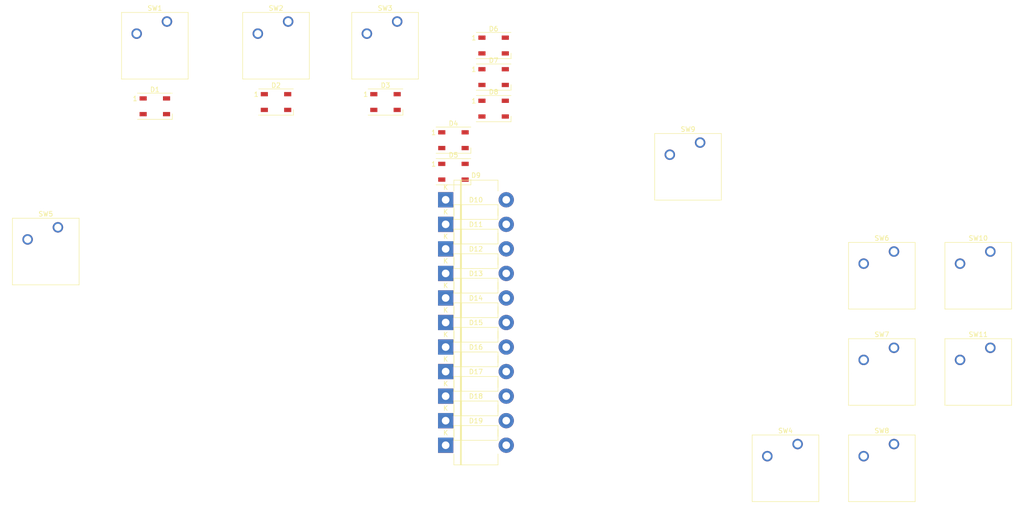
<source format=kicad_pcb>
(kicad_pcb (version 20221018) (generator pcbnew)
  (layers (0 "F.Cu" signal) (31 "B.Cu" signal) (34 "B.Paste" user) (35 "F.Paste" user) (36 "B.SilkS" user "B.Silkscreen") (37 "F.SilkS" user "F.Silkscreen") (38 "B.Mask" user) (39 "F.Mask" user) (44 "Edge.Cuts" user))
  (net 0 "")
  (net 1 "GND")
  (net 2 "Net-(D1-DOUT)")
  (net 3 "+5V")
  (net 4 "padsLED_R")
  (net 5 "Net-(D2-DOUT)")
  (net 6 "Net-(D3-DOUT)")
  (net 7 "Net-(D4-DOUT)")
  (net 8 "Net-(D5-DOUT)")
  (net 9 "Net-(D6-DOUT)")
  (net 10 "Net-(D7-DOUT)")
  (net 12 "Net-(D9-K)")
  (net 13 "dpad_row_1")
  (net 14 "Net-(D10-K)")
  (net 15 "dpad_row_2")
  (net 16 "Net-(D11-K)")
  (net 17 "dpad_row_3")
  (net 18 "Net-(D12-K)")
  (net 19 "Net-(D13-K)")
  (net 20 "Net-(D14-K)")
  (net 21 "Net-(D15-K)")
  (net 22 "Net-(D16-K)")
  (net 23 "Net-(D17-K)")
  (net 24 "Net-(D18-K)")
  (net 25 "Net-(D19-K)")
  (net 26 "dpad_column_E")
  (net 27 "dpad_column_F")
  (net 28 "dpad_column_G")
  (net 29 "dpad_column_H")
  (footprint "Button_Switch_Keyboard:SW_Cherry_MX_1.00u_PCB" (layer "F.Cu") (at 228.72 139.46)
    (fp_text reference "SW4" (at -2.54 -2.794) (layer "F.SilkS"))
    (fp_text value "SW_SPST")
    (fp_line (start -9.525 -1.905) (end 4.445 -1.905) (stroke (width 0.12)) (layer "F.SilkS"))
    (fp_line (start -9.525 12.065) (end -9.525 -1.905) (stroke (width 0.12)) (layer "F.SilkS"))
    (fp_line (start 4.445 -1.905) (end 4.445 12.065) (stroke (width 0.12)) (layer "F.SilkS"))
    (fp_line (start 4.445 12.065) (end -9.525 12.065) (stroke (width 0.12)) (layer "F.SilkS"))
    (pad "" np_thru_hole circle (at -7.62 5.08) (size 1.7 1.7) (drill 1.7) (layers "*.Cu" "*.Mask"))
    (pad "" np_thru_hole circle (at -2.54 5.08) (size 4 4) (drill 4) (layers "*.Cu" "*.Mask"))
    (pad "" np_thru_hole circle (at 2.54 5.08) (size 1.7 1.7) (drill 1.7) (layers "*.Cu" "*.Mask"))
    (pad "1" thru_hole circle (at 0 0) (size 2.2 2.2) (drill 1.5) (layers "*.Cu" "*.Mask") (net 18 "Net-(D12-K)"))
    (pad "2" thru_hole circle (at -6.35 2.54) (size 2.2 2.2) (drill 1.5) (layers "*.Cu" "*.Mask") (net 27 "dpad_column_F"))
  )
  (footprint "LED_SMD:LED_WS2812B_PLCC4_5.0x5.0mm_P3.2mm" (layer "F.Cu") (at 164.995 69.075)
    (fp_text reference "D8" (at 0 -3.5) (layer "F.SilkS"))
    (fp_text value "WS2812B")
    (fp_text user "1" (at -4.15 -1.6) (layer "F.SilkS"))
    (fp_line (start -3.65 -2.75) (end 3.65 -2.75) (stroke (width 0.12)) (layer "F.SilkS"))
    (fp_line (start -3.65 2.75) (end 3.65 2.75) (stroke (width 0.12)) (layer "F.SilkS"))
    (fp_line (start 3.65 2.75) (end 3.65 1.6) (stroke (width 0.12)) (layer "F.SilkS"))
    (pad "1" smd rect (at -2.45 -1.65) (size 1.5 0.9) (layers "F.Cu" "F.Paste" "F.Mask") (net 1 "GND"))
    (pad "2" smd rect (at -2.45 1.65) (size 1.5 0.9) (layers "F.Cu" "F.Paste" "F.Mask"))
    (pad "3" smd rect (at 2.45 1.65) (size 1.5 0.9) (layers "F.Cu" "F.Paste" "F.Mask") (net 3 "+5V"))
    (pad "4" smd rect (at 2.45 -1.65) (size 1.5 0.9) (layers "F.Cu" "F.Paste" "F.Mask") (net 10 "Net-(D7-DOUT)"))
  )
  (footprint "Button_Switch_Keyboard:SW_Cherry_MX_1.00u_PCB" (layer "F.Cu") (at 248.92 99.06)
    (fp_text reference "SW6" (at -2.54 -2.794) (layer "F.SilkS"))
    (fp_text value "SW_SPST")
    (fp_line (start -9.525 -1.905) (end 4.445 -1.905) (stroke (width 0.12)) (layer "F.SilkS"))
    (fp_line (start -9.525 12.065) (end -9.525 -1.905) (stroke (width 0.12)) (layer "F.SilkS"))
    (fp_line (start 4.445 -1.905) (end 4.445 12.065) (stroke (width 0.12)) (layer "F.SilkS"))
    (fp_line (start 4.445 12.065) (end -9.525 12.065) (stroke (width 0.12)) (layer "F.SilkS"))
    (pad "" np_thru_hole circle (at -7.62 5.08) (size 1.7 1.7) (drill 1.7) (layers "*.Cu" "*.Mask"))
    (pad "" np_thru_hole circle (at -2.54 5.08) (size 4 4) (drill 4) (layers "*.Cu" "*.Mask"))
    (pad "" np_thru_hole circle (at 2.54 5.08) (size 1.7 1.7) (drill 1.7) (layers "*.Cu" "*.Mask"))
    (pad "1" thru_hole circle (at 0 0) (size 2.2 2.2) (drill 1.5) (layers "*.Cu" "*.Mask") (net 20 "Net-(D14-K)"))
    (pad "2" thru_hole circle (at -6.35 2.54) (size 2.2 2.2) (drill 1.5) (layers "*.Cu" "*.Mask") (net 27 "dpad_column_F"))
  )
  (footprint "Button_Switch_Keyboard:SW_Cherry_MX_1.00u_PCB" (layer "F.Cu") (at 96.52 50.8)
    (fp_text reference "SW1" (at -2.54 -2.794) (layer "F.SilkS"))
    (fp_text value "SW_SPST")
    (fp_line (start -9.525 -1.905) (end 4.445 -1.905) (stroke (width 0.12)) (layer "F.SilkS"))
    (fp_line (start -9.525 12.065) (end -9.525 -1.905) (stroke (width 0.12)) (layer "F.SilkS"))
    (fp_line (start 4.445 -1.905) (end 4.445 12.065) (stroke (width 0.12)) (layer "F.SilkS"))
    (fp_line (start 4.445 12.065) (end -9.525 12.065) (stroke (width 0.12)) (layer "F.SilkS"))
    (pad "" np_thru_hole circle (at -7.62 5.08) (size 1.7 1.7) (drill 1.7) (layers "*.Cu" "*.Mask"))
    (pad "" np_thru_hole circle (at -2.54 5.08) (size 4 4) (drill 4) (layers "*.Cu" "*.Mask"))
    (pad "" np_thru_hole circle (at 2.54 5.08) (size 1.7 1.7) (drill 1.7) (layers "*.Cu" "*.Mask"))
    (pad "1" thru_hole circle (at 0 0) (size 2.2 2.2) (drill 1.5) (layers "*.Cu" "*.Mask") (net 12 "Net-(D9-K)"))
    (pad "2" thru_hole circle (at -6.35 2.54) (size 2.2 2.2) (drill 1.5) (layers "*.Cu" "*.Mask") (net 26 "dpad_column_E"))
  )
  (footprint "Button_Switch_Keyboard:SW_Cherry_MX_1.00u_PCB" (layer "F.Cu") (at 248.92 139.46)
    (fp_text reference "SW8" (at -2.54 -2.794) (layer "F.SilkS"))
    (fp_text value "SW_SPST")
    (fp_line (start -9.525 -1.905) (end 4.445 -1.905) (stroke (width 0.12)) (layer "F.SilkS"))
    (fp_line (start -9.525 12.065) (end -9.525 -1.905) (stroke (width 0.12)) (layer "F.SilkS"))
    (fp_line (start 4.445 -1.905) (end 4.445 12.065) (stroke (width 0.12)) (layer "F.SilkS"))
    (fp_line (start 4.445 12.065) (end -9.525 12.065) (stroke (width 0.12)) (layer "F.SilkS"))
    (pad "" np_thru_hole circle (at -7.62 5.08) (size 1.7 1.7) (drill 1.7) (layers "*.Cu" "*.Mask"))
    (pad "" np_thru_hole circle (at -2.54 5.08) (size 4 4) (drill 4) (layers "*.Cu" "*.Mask"))
    (pad "" np_thru_hole circle (at 2.54 5.08) (size 1.7 1.7) (drill 1.7) (layers "*.Cu" "*.Mask"))
    (pad "1" thru_hole circle (at 0 0) (size 2.2 2.2) (drill 1.5) (layers "*.Cu" "*.Mask") (net 22 "Net-(D16-K)"))
    (pad "2" thru_hole circle (at -6.35 2.54) (size 2.2 2.2) (drill 1.5) (layers "*.Cu" "*.Mask") (net 28 "dpad_column_G"))
  )
  (footprint "Diode_THT:D_5KPW_P12.70mm_Horizontal" (layer "F.Cu") (at 154.94 88.2)
    (fp_text reference "D9" (at 6.35 -5.12) (layer "F.SilkS"))
    (fp_text value "D")
    (fp_text user "K" (at 0 -2.6) (layer "F.SilkS"))
    (fp_line (start 1.73 -4.12) (end 10.97 -4.12) (stroke (width 0.12)) (layer "F.SilkS"))
    (fp_line (start 1.73 -1.84) (end 1.73 -4.12) (stroke (width 0.12)) (layer "F.SilkS"))
    (fp_line (start 1.73 1.84) (end 1.73 4.12) (stroke (width 0.12)) (layer "F.SilkS"))
    (fp_line (start 1.73 4.12) (end 10.97 4.12) (stroke (width 0.12)) (layer "F.SilkS"))
    (fp_line (start 3.08 -4.12) (end 3.08 4.12) (stroke (width 0.12)) (layer "F.SilkS"))
    (fp_line (start 3.2 -4.12) (end 3.2 4.12) (stroke (width 0.12)) (layer "F.SilkS"))
    (fp_line (start 3.32 -4.12) (end 3.32 4.12) (stroke (width 0.12)) (layer "F.SilkS"))
    (fp_line (start 10.97 -4.12) (end 10.97 -1.84) (stroke (width 0.12)) (layer "F.SilkS"))
    (fp_line (start 10.97 4.12) (end 10.97 1.84) (stroke (width 0.12)) (layer "F.SilkS"))
    (pad "1" thru_hole rect (at 0 0) (size 3.2 3.2) (drill 1.6) (layers "*.Cu" "*.Mask") (net 12 "Net-(D9-K)"))
    (pad "2" thru_hole oval (at 12.7 0) (size 3.2 3.2) (drill 1.6) (layers "*.Cu" "*.Mask") (net 13 "dpad_row_1"))
  )
  (footprint "Button_Switch_Keyboard:SW_Cherry_MX_1.00u_PCB" (layer "F.Cu") (at 269.12 119.26)
    (fp_text reference "SW11" (at -2.54 -2.794) (layer "F.SilkS"))
    (fp_text value "SW_SPST")
    (fp_line (start -9.525 -1.905) (end 4.445 -1.905) (stroke (width 0.12)) (layer "F.SilkS"))
    (fp_line (start -9.525 12.065) (end -9.525 -1.905) (stroke (width 0.12)) (layer "F.SilkS"))
    (fp_line (start 4.445 -1.905) (end 4.445 12.065) (stroke (width 0.12)) (layer "F.SilkS"))
    (fp_line (start 4.445 12.065) (end -9.525 12.065) (stroke (width 0.12)) (layer "F.SilkS"))
    (pad "" np_thru_hole circle (at -7.62 5.08) (size 1.7 1.7) (drill 1.7) (layers "*.Cu" "*.Mask"))
    (pad "" np_thru_hole circle (at -2.54 5.08) (size 4 4) (drill 4) (layers "*.Cu" "*.Mask"))
    (pad "" np_thru_hole circle (at 2.54 5.08) (size 1.7 1.7) (drill 1.7) (layers "*.Cu" "*.Mask"))
    (pad "1" thru_hole circle (at 0 0) (size 2.2 2.2) (drill 1.5) (layers "*.Cu" "*.Mask") (net 25 "Net-(D19-K)"))
    (pad "2" thru_hole circle (at -6.35 2.54) (size 2.2 2.2) (drill 1.5) (layers "*.Cu" "*.Mask") (net 29 "dpad_column_H"))
  )
  (footprint "LED_SMD:LED_WS2812B_PLCC4_5.0x5.0mm_P3.2mm" (layer "F.Cu") (at 164.995 62.455)
    (fp_text reference "D7" (at 0 -3.5) (layer "F.SilkS"))
    (fp_text value "WS2812B")
    (fp_text user "1" (at -4.15 -1.6) (layer "F.SilkS"))
    (fp_line (start -3.65 -2.75) (end 3.65 -2.75) (stroke (width 0.12)) (layer "F.SilkS"))
    (fp_line (start -3.65 2.75) (end 3.65 2.75) (stroke (width 0.12)) (layer "F.SilkS"))
    (fp_line (start 3.65 2.75) (end 3.65 1.6) (stroke (width 0.12)) (layer "F.SilkS"))
    (pad "1" smd rect (at -2.45 -1.65) (size 1.5 0.9) (layers "F.Cu" "F.Paste" "F.Mask") (net 1 "GND"))
    (pad "2" smd rect (at -2.45 1.65) (size 1.5 0.9) (layers "F.Cu" "F.Paste" "F.Mask") (net 10 "Net-(D7-DOUT)"))
    (pad "3" smd rect (at 2.45 1.65) (size 1.5 0.9) (layers "F.Cu" "F.Paste" "F.Mask") (net 3 "+5V"))
    (pad "4" smd rect (at 2.45 -1.65) (size 1.5 0.9) (layers "F.Cu" "F.Paste" "F.Mask") (net 9 "Net-(D6-DOUT)"))
  )
  (footprint "Button_Switch_Keyboard:SW_Cherry_MX_1.00u_PCB" (layer "F.Cu") (at 269.12 99.06)
    (fp_text reference "SW10" (at -2.54 -2.794) (layer "F.SilkS"))
    (fp_text value "SW_SPST")
    (fp_line (start -9.525 -1.905) (end 4.445 -1.905) (stroke (width 0.12)) (layer "F.SilkS"))
    (fp_line (start -9.525 12.065) (end -9.525 -1.905) (stroke (width 0.12)) (layer "F.SilkS"))
    (fp_line (start 4.445 -1.905) (end 4.445 12.065) (stroke (width 0.12)) (layer "F.SilkS"))
    (fp_line (start 4.445 12.065) (end -9.525 12.065) (stroke (width 0.12)) (layer "F.SilkS"))
    (pad "" np_thru_hole circle (at -7.62 5.08) (size 1.7 1.7) (drill 1.7) (layers "*.Cu" "*.Mask"))
    (pad "" np_thru_hole circle (at -2.54 5.08) (size 4 4) (drill 4) (layers "*.Cu" "*.Mask"))
    (pad "" np_thru_hole circle (at 2.54 5.08) (size 1.7 1.7) (drill 1.7) (layers "*.Cu" "*.Mask"))
    (pad "1" thru_hole circle (at 0 0) (size 2.2 2.2) (drill 1.5) (layers "*.Cu" "*.Mask") (net 24 "Net-(D18-K)"))
    (pad "2" thru_hole circle (at -6.35 2.54) (size 2.2 2.2) (drill 1.5) (layers "*.Cu" "*.Mask") (net 29 "dpad_column_H"))
  )
  (footprint "LED_SMD:LED_WS2812B_PLCC4_5.0x5.0mm_P3.2mm" (layer "F.Cu") (at 156.575 75.695)
    (fp_text reference "D4" (at 0 -3.5) (layer "F.SilkS"))
    (fp_text value "WS2812B")
    (fp_text user "1" (at -4.15 -1.6) (layer "F.SilkS"))
    (fp_line (start -3.65 -2.75) (end 3.65 -2.75) (stroke (width 0.12)) (layer "F.SilkS"))
    (fp_line (start -3.65 2.75) (end 3.65 2.75) (stroke (width 0.12)) (layer "F.SilkS"))
    (fp_line (start 3.65 2.75) (end 3.65 1.6) (stroke (width 0.12)) (layer "F.SilkS"))
    (pad "1" smd rect (at -2.45 -1.65) (size 1.5 0.9) (layers "F.Cu" "F.Paste" "F.Mask") (net 1 "GND"))
    (pad "2" smd rect (at -2.45 1.65) (size 1.5 0.9) (layers "F.Cu" "F.Paste" "F.Mask") (net 7 "Net-(D4-DOUT)"))
    (pad "3" smd rect (at 2.45 1.65) (size 1.5 0.9) (layers "F.Cu" "F.Paste" "F.Mask") (net 3 "+5V"))
    (pad "4" smd rect (at 2.45 -1.65) (size 1.5 0.9) (layers "F.Cu" "F.Paste" "F.Mask") (net 6 "Net-(D3-DOUT)"))
  )
  (footprint "Diode_THT:D_5KPW_P12.70mm_Horizontal" (layer "F.Cu") (at 154.94 129.4)
    (fp_text reference "D17" (at 6.35 -5.12) (layer "F.SilkS"))
    (fp_text value "D")
    (fp_text user "K" (at 0 -2.6) (layer "F.SilkS"))
    (fp_line (start 1.73 -4.12) (end 10.97 -4.12) (stroke (width 0.12)) (layer "F.SilkS"))
    (fp_line (start 1.73 -1.84) (end 1.73 -4.12) (stroke (width 0.12)) (layer "F.SilkS"))
    (fp_line (start 1.73 1.84) (end 1.73 4.12) (stroke (width 0.12)) (layer "F.SilkS"))
    (fp_line (start 1.73 4.12) (end 10.97 4.12) (stroke (width 0.12)) (layer "F.SilkS"))
    (fp_line (start 3.08 -4.12) (end 3.08 4.12) (stroke (width 0.12)) (layer "F.SilkS"))
    (fp_line (start 3.2 -4.12) (end 3.2 4.12) (stroke (width 0.12)) (layer "F.SilkS"))
    (fp_line (start 3.32 -4.12) (end 3.32 4.12) (stroke (width 0.12)) (layer "F.SilkS"))
    (fp_line (start 10.97 -4.12) (end 10.97 -1.84) (stroke (width 0.12)) (layer "F.SilkS"))
    (fp_line (start 10.97 4.12) (end 10.97 1.84) (stroke (width 0.12)) (layer "F.SilkS"))
    (pad "1" thru_hole rect (at 0 0) (size 3.2 3.2) (drill 1.6) (layers "*.Cu" "*.Mask") (net 23 "Net-(D17-K)"))
    (pad "2" thru_hole oval (at 12.7 0) (size 3.2 3.2) (drill 1.6) (layers "*.Cu" "*.Mask") (net 17 "dpad_row_3"))
  )
  (footprint "Button_Switch_Keyboard:SW_Cherry_MX_1.00u_PCB" (layer "F.Cu") (at 144.78 50.8)
    (fp_text reference "SW3" (at -2.54 -2.794) (layer "F.SilkS"))
    (fp_text value "SW_SPST")
    (fp_line (start -9.525 -1.905) (end 4.445 -1.905) (stroke (width 0.12)) (layer "F.SilkS"))
    (fp_line (start -9.525 12.065) (end -9.525 -1.905) (stroke (width 0.12)) (layer "F.SilkS"))
    (fp_line (start 4.445 -1.905) (end 4.445 12.065) (stroke (width 0.12)) (layer "F.SilkS"))
    (fp_line (start 4.445 12.065) (end -9.525 12.065) (stroke (width 0.12)) (layer "F.SilkS"))
    (pad "" np_thru_hole circle (at -7.62 5.08) (size 1.7 1.7) (drill 1.7) (layers "*.Cu" "*.Mask"))
    (pad "" np_thru_hole circle (at -2.54 5.08) (size 4 4) (drill 4) (layers "*.Cu" "*.Mask"))
    (pad "" np_thru_hole circle (at 2.54 5.08) (size 1.7 1.7) (drill 1.7) (layers "*.Cu" "*.Mask"))
    (pad "1" thru_hole circle (at 0 0) (size 2.2 2.2) (drill 1.5) (layers "*.Cu" "*.Mask") (net 16 "Net-(D11-K)"))
    (pad "2" thru_hole circle (at -6.35 2.54) (size 2.2 2.2) (drill 1.5) (layers "*.Cu" "*.Mask") (net 26 "dpad_column_E"))
  )
  (footprint "Diode_THT:D_5KPW_P12.70mm_Horizontal" (layer "F.Cu") (at 154.94 119.1)
    (fp_text reference "D15" (at 6.35 -5.12) (layer "F.SilkS"))
    (fp_text value "D")
    (fp_text user "K" (at 0 -2.6) (layer "F.SilkS"))
    (fp_line (start 1.73 -4.12) (end 10.97 -4.12) (stroke (width 0.12)) (layer "F.SilkS"))
    (fp_line (start 1.73 -1.84) (end 1.73 -4.12) (stroke (width 0.12)) (layer "F.SilkS"))
    (fp_line (start 1.73 1.84) (end 1.73 4.12) (stroke (width 0.12)) (layer "F.SilkS"))
    (fp_line (start 1.73 4.12) (end 10.97 4.12) (stroke (width 0.12)) (layer "F.SilkS"))
    (fp_line (start 3.08 -4.12) (end 3.08 4.12) (stroke (width 0.12)) (layer "F.SilkS"))
    (fp_line (start 3.2 -4.12) (end 3.2 4.12) (stroke (width 0.12)) (layer "F.SilkS"))
    (fp_line (start 3.32 -4.12) (end 3.32 4.12) (stroke (width 0.12)) (layer "F.SilkS"))
    (fp_line (start 10.97 -4.12) (end 10.97 -1.84) (stroke (width 0.12)) (layer "F.SilkS"))
    (fp_line (start 10.97 4.12) (end 10.97 1.84) (stroke (width 0.12)) (layer "F.SilkS"))
    (pad "1" thru_hole rect (at 0 0) (size 3.2 3.2) (drill 1.6) (layers "*.Cu" "*.Mask") (net 21 "Net-(D15-K)"))
    (pad "2" thru_hole oval (at 12.7 0) (size 3.2 3.2) (drill 1.6) (layers "*.Cu" "*.Mask") (net 13 "dpad_row_1"))
  )
  (footprint "Diode_THT:D_5KPW_P12.70mm_Horizontal" (layer "F.Cu") (at 154.94 93.35)
    (fp_text reference "D10" (at 6.35 -5.12) (layer "F.SilkS"))
    (fp_text value "D")
    (fp_text user "K" (at 0 -2.6) (layer "F.SilkS"))
    (fp_line (start 1.73 -4.12) (end 10.97 -4.12) (stroke (width 0.12)) (layer "F.SilkS"))
    (fp_line (start 1.73 -1.84) (end 1.73 -4.12) (stroke (width 0.12)) (layer "F.SilkS"))
    (fp_line (start 1.73 1.84) (end 1.73 4.12) (stroke (width 0.12)) (layer "F.SilkS"))
    (fp_line (start 1.73 4.12) (end 10.97 4.12) (stroke (width 0.12)) (layer "F.SilkS"))
    (fp_line (start 3.08 -4.12) (end 3.08 4.12) (stroke (width 0.12)) (layer "F.SilkS"))
    (fp_line (start 3.2 -4.12) (end 3.2 4.12) (stroke (width 0.12)) (layer "F.SilkS"))
    (fp_line (start 3.32 -4.12) (end 3.32 4.12) (stroke (width 0.12)) (layer "F.SilkS"))
    (fp_line (start 10.97 -4.12) (end 10.97 -1.84) (stroke (width 0.12)) (layer "F.SilkS"))
    (fp_line (start 10.97 4.12) (end 10.97 1.84) (stroke (width 0.12)) (layer "F.SilkS"))
    (pad "1" thru_hole rect (at 0 0) (size 3.2 3.2) (drill 1.6) (layers "*.Cu" "*.Mask") (net 14 "Net-(D10-K)"))
    (pad "2" thru_hole oval (at 12.7 0) (size 3.2 3.2) (drill 1.6) (layers "*.Cu" "*.Mask") (net 15 "dpad_row_2"))
  )
  (footprint "LED_SMD:LED_WS2812B_PLCC4_5.0x5.0mm_P3.2mm" (layer "F.Cu") (at 142.33 67.69)
    (fp_text reference "D3" (at 0 -3.5) (layer "F.SilkS"))
    (fp_text value "WS2812B")
    (fp_text user "1" (at -4.15 -1.6) (layer "F.SilkS"))
    (fp_line (start -3.65 -2.75) (end 3.65 -2.75) (stroke (width 0.12)) (layer "F.SilkS"))
    (fp_line (start -3.65 2.75) (end 3.65 2.75) (stroke (width 0.12)) (layer "F.SilkS"))
    (fp_line (start 3.65 2.75) (end 3.65 1.6) (stroke (width 0.12)) (layer "F.SilkS"))
    (pad "1" smd rect (at -2.45 -1.65) (size 1.5 0.9) (layers "F.Cu" "F.Paste" "F.Mask") (net 1 "GND"))
    (pad "2" smd rect (at -2.45 1.65) (size 1.5 0.9) (layers "F.Cu" "F.Paste" "F.Mask") (net 6 "Net-(D3-DOUT)"))
    (pad "3" smd rect (at 2.45 1.65) (size 1.5 0.9) (layers "F.Cu" "F.Paste" "F.Mask") (net 3 "+5V"))
    (pad "4" smd rect (at 2.45 -1.65) (size 1.5 0.9) (layers "F.Cu" "F.Paste" "F.Mask") (net 5 "Net-(D2-DOUT)"))
  )
  (footprint "Diode_THT:D_5KPW_P12.70mm_Horizontal" (layer "F.Cu") (at 154.94 103.65)
    (fp_text reference "D12" (at 6.35 -5.12) (layer "F.SilkS"))
    (fp_text value "D")
    (fp_text user "K" (at 0 -2.6) (layer "F.SilkS"))
    (fp_line (start 1.73 -4.12) (end 10.97 -4.12) (stroke (width 0.12)) (layer "F.SilkS"))
    (fp_line (start 1.73 -1.84) (end 1.73 -4.12) (stroke (width 0.12)) (layer "F.SilkS"))
    (fp_line (start 1.73 1.84) (end 1.73 4.12) (stroke (width 0.12)) (layer "F.SilkS"))
    (fp_line (start 1.73 4.12) (end 10.97 4.12) (stroke (width 0.12)) (layer "F.SilkS"))
    (fp_line (start 3.08 -4.12) (end 3.08 4.12) (stroke (width 0.12)) (layer "F.SilkS"))
    (fp_line (start 3.2 -4.12) (end 3.2 4.12) (stroke (width 0.12)) (layer "F.SilkS"))
    (fp_line (start 3.32 -4.12) (end 3.32 4.12) (stroke (width 0.12)) (layer "F.SilkS"))
    (fp_line (start 10.97 -4.12) (end 10.97 -1.84) (stroke (width 0.12)) (layer "F.SilkS"))
    (fp_line (start 10.97 4.12) (end 10.97 1.84) (stroke (width 0.12)) (layer "F.SilkS"))
    (pad "1" thru_hole rect (at 0 0) (size 3.2 3.2) (drill 1.6) (layers "*.Cu" "*.Mask") (net 18 "Net-(D12-K)"))
    (pad "2" thru_hole oval (at 12.7 0) (size 3.2 3.2) (drill 1.6) (layers "*.Cu" "*.Mask") (net 13 "dpad_row_1"))
  )
  (footprint "LED_SMD:LED_WS2812B_PLCC4_5.0x5.0mm_P3.2mm" (layer "F.Cu") (at 119.38 67.69)
    (fp_text reference "D2" (at 0 -3.5) (layer "F.SilkS"))
    (fp_text value "WS2812B")
    (fp_text user "1" (at -4.15 -1.6) (layer "F.SilkS"))
    (fp_line (start -3.65 -2.75) (end 3.65 -2.75) (stroke (width 0.12)) (layer "F.SilkS"))
    (fp_line (start -3.65 2.75) (end 3.65 2.75) (stroke (width 0.12)) (layer "F.SilkS"))
    (fp_line (start 3.65 2.75) (end 3.65 1.6) (stroke (width 0.12)) (layer "F.SilkS"))
    (pad "1" smd rect (at -2.45 -1.65) (size 1.5 0.9) (layers "F.Cu" "F.Paste" "F.Mask") (net 1 "GND"))
    (pad "2" smd rect (at -2.45 1.65) (size 1.5 0.9) (layers "F.Cu" "F.Paste" "F.Mask") (net 5 "Net-(D2-DOUT)"))
    (pad "3" smd rect (at 2.45 1.65) (size 1.5 0.9) (layers "F.Cu" "F.Paste" "F.Mask") (net 3 "+5V"))
    (pad "4" smd rect (at 2.45 -1.65) (size 1.5 0.9) (layers "F.Cu" "F.Paste" "F.Mask") (net 2 "Net-(D1-DOUT)"))
  )
  (footprint "Diode_THT:D_5KPW_P12.70mm_Horizontal" (layer "F.Cu") (at 154.94 108.8)
    (fp_text reference "D13" (at 6.35 -5.12) (layer "F.SilkS"))
    (fp_text value "D")
    (fp_text user "K" (at 0 -2.6) (layer "F.SilkS"))
    (fp_line (start 1.73 -4.12) (end 10.97 -4.12) (stroke (width 0.12)) (layer "F.SilkS"))
    (fp_line (start 1.73 -1.84) (end 1.73 -4.12) (stroke (width 0.12)) (layer "F.SilkS"))
    (fp_line (start 1.73 1.84) (end 1.73 4.12) (stroke (width 0.12)) (layer "F.SilkS"))
    (fp_line (start 1.73 4.12) (end 10.97 4.12) (stroke (width 0.12)) (layer "F.SilkS"))
    (fp_line (start 3.08 -4.12) (end 3.08 4.12) (stroke (width 0.12)) (layer "F.SilkS"))
    (fp_line (start 3.2 -4.12) (end 3.2 4.12) (stroke (width 0.12)) (layer "F.SilkS"))
    (fp_line (start 3.32 -4.12) (end 3.32 4.12) (stroke (width 0.12)) (layer "F.SilkS"))
    (fp_line (start 10.97 -4.12) (end 10.97 -1.84) (stroke (width 0.12)) (layer "F.SilkS"))
    (fp_line (start 10.97 4.12) (end 10.97 1.84) (stroke (width 0.12)) (layer "F.SilkS"))
    (pad "1" thru_hole rect (at 0 0) (size 3.2 3.2) (drill 1.6) (layers "*.Cu" "*.Mask") (net 19 "Net-(D13-K)"))
    (pad "2" thru_hole oval (at 12.7 0) (size 3.2 3.2) (drill 1.6) (layers "*.Cu" "*.Mask") (net 15 "dpad_row_2"))
  )
  (footprint "Button_Switch_Keyboard:SW_Cherry_MX_1.00u_PCB" (layer "F.Cu") (at 208.28 76.2)
    (fp_text reference "SW9" (at -2.54 -2.794) (layer "F.SilkS"))
    (fp_text value "SW_SPST")
    (fp_line (start -9.525 -1.905) (end 4.445 -1.905) (stroke (width 0.12)) (layer "F.SilkS"))
    (fp_line (start -9.525 12.065) (end -9.525 -1.905) (stroke (width 0.12)) (layer "F.SilkS"))
    (fp_line (start 4.445 -1.905) (end 4.445 12.065) (stroke (width 0.12)) (layer "F.SilkS"))
    (fp_line (start 4.445 12.065) (end -9.525 12.065) (stroke (width 0.12)) (layer "F.SilkS"))
    (pad "" np_thru_hole circle (at -7.62 5.08) (size 1.7 1.7) (drill 1.7) (layers "*.Cu" "*.Mask"))
    (pad "" np_thru_hole circle (at -2.54 5.08) (size 4 4) (drill 4) (layers "*.Cu" "*.Mask"))
    (pad "" np_thru_hole circle (at 2.54 5.08) (size 1.7 1.7) (drill 1.7) (layers "*.Cu" "*.Mask"))
    (pad "1" thru_hole circle (at 0 0) (size 2.2 2.2) (drill 1.5) (layers "*.Cu" "*.Mask") (net 23 "Net-(D17-K)"))
    (pad "2" thru_hole circle (at -6.35 2.54) (size 2.2 2.2) (drill 1.5) (layers "*.Cu" "*.Mask") (net 28 "dpad_column_G"))
  )
  (footprint "Button_Switch_Keyboard:SW_Cherry_MX_1.00u_PCB" (layer "F.Cu") (at 248.92 119.26)
    (fp_text reference "SW7" (at -2.54 -2.794) (layer "F.SilkS"))
    (fp_text value "SW_SPST")
    (fp_line (start -9.525 -1.905) (end 4.445 -1.905) (stroke (width 0.12)) (layer "F.SilkS"))
    (fp_line (start -9.525 12.065) (end -9.525 -1.905) (stroke (width 0.12)) (layer "F.SilkS"))
    (fp_line (start 4.445 -1.905) (end 4.445 12.065) (stroke (width 0.12)) (layer "F.SilkS"))
    (fp_line (start 4.445 12.065) (end -9.525 12.065) (stroke (width 0.12)) (layer "F.SilkS"))
    (pad "" np_thru_hole circle (at -7.62 5.08) (size 1.7 1.7) (drill 1.7) (layers "*.Cu" "*.Mask"))
    (pad "" np_thru_hole circle (at -2.54 5.08) (size 4 4) (drill 4) (layers "*.Cu" "*.Mask"))
    (pad "" np_thru_hole circle (at 2.54 5.08) (size 1.7 1.7) (drill 1.7) (layers "*.Cu" "*.Mask"))
    (pad "1" thru_hole circle (at 0 0) (size 2.2 2.2) (drill 1.5) (layers "*.Cu" "*.Mask") (net 21 "Net-(D15-K)"))
    (pad "2" thru_hole circle (at -6.35 2.54) (size 2.2 2.2) (drill 1.5) (layers "*.Cu" "*.Mask") (net 28 "dpad_column_G"))
  )
  (footprint "Diode_THT:D_5KPW_P12.70mm_Horizontal" (layer "F.Cu") (at 154.94 98.5)
    (fp_text reference "D11" (at 6.35 -5.12) (layer "F.SilkS"))
    (fp_text value "D")
    (fp_text user "K" (at 0 -2.6) (layer "F.SilkS"))
    (fp_line (start 1.73 -4.12) (end 10.97 -4.12) (stroke (width 0.12)) (layer "F.SilkS"))
    (fp_line (start 1.73 -1.84) (end 1.73 -4.12) (stroke (width 0.12)) (layer "F.SilkS"))
    (fp_line (start 1.73 1.84) (end 1.73 4.12) (stroke (width 0.12)) (layer "F.SilkS"))
    (fp_line (start 1.73 4.12) (end 10.97 4.12) (stroke (width 0.12)) (layer "F.SilkS"))
    (fp_line (start 3.08 -4.12) (end 3.08 4.12) (stroke (width 0.12)) (layer "F.SilkS"))
    (fp_line (start 3.2 -4.12) (end 3.2 4.12) (stroke (width 0.12)) (layer "F.SilkS"))
    (fp_line (start 3.32 -4.12) (end 3.32 4.12) (stroke (width 0.12)) (layer "F.SilkS"))
    (fp_line (start 10.97 -4.12) (end 10.97 -1.84) (stroke (width 0.12)) (layer "F.SilkS"))
    (fp_line (start 10.97 4.12) (end 10.97 1.84) (stroke (width 0.12)) (layer "F.SilkS"))
    (pad "1" thru_hole rect (at 0 0) (size 3.2 3.2) (drill 1.6) (layers "*.Cu" "*.Mask") (net 16 "Net-(D11-K)"))
    (pad "2" thru_hole oval (at 12.7 0) (size 3.2 3.2) (drill 1.6) (layers "*.Cu" "*.Mask") (net 17 "dpad_row_3"))
  )
  (footprint "Diode_THT:D_5KPW_P12.70mm_Horizontal" (layer "F.Cu") (at 154.94 139.7)
    (fp_text reference "D19" (at 6.35 -5.12) (layer "F.SilkS"))
    (fp_text value "D")
    (fp_text user "K" (at 0 -2.6) (layer "F.SilkS"))
    (fp_line (start 1.73 -4.12) (end 10.97 -4.12) (stroke (width 0.12)) (layer "F.SilkS"))
    (fp_line (start 1.73 -1.84) (end 1.73 -4.12) (stroke (width 0.12)) (layer "F.SilkS"))
    (fp_line (start 1.73 1.84) (end 1.73 4.12) (stroke (width 0.12)) (layer "F.SilkS"))
    (fp_line (start 1.73 4.12) (end 10.97 4.12) (stroke (width 0.12)) (layer "F.SilkS"))
    (fp_line (start 3.08 -4.12) (end 3.08 4.12) (stroke (width 0.12)) (layer "F.SilkS"))
    (fp_line (start 3.2 -4.12) (end 3.2 4.12) (stroke (width 0.12)) (layer "F.SilkS"))
    (fp_line (start 3.32 -4.12) (end 3.32 4.12) (stroke (width 0.12)) (layer "F.SilkS"))
    (fp_line (start 10.97 -4.12) (end 10.97 -1.84) (stroke (width 0.12)) (layer "F.SilkS"))
    (fp_line (start 10.97 4.12) (end 10.97 1.84) (stroke (width 0.12)) (layer "F.SilkS"))
    (pad "1" thru_hole rect (at 0 0) (size 3.2 3.2) (drill 1.6) (layers "*.Cu" "*.Mask") (net 25 "Net-(D19-K)"))
    (pad "2" thru_hole oval (at 12.7 0) (size 3.2 3.2) (drill 1.6) (layers "*.Cu" "*.Mask") (net 17 "dpad_row_3"))
  )
  (footprint "LED_SMD:LED_WS2812B_PLCC4_5.0x5.0mm_P3.2mm" (layer "F.Cu") (at 164.995 55.835)
    (fp_text reference "D6" (at 0 -3.5) (layer "F.SilkS"))
    (fp_text value "WS2812B")
    (fp_text user "1" (at -4.15 -1.6) (layer "F.SilkS"))
    (fp_line (start -3.65 -2.75) (end 3.65 -2.75) (stroke (width 0.12)) (layer "F.SilkS"))
    (fp_line (start -3.65 2.75) (end 3.65 2.75) (stroke (width 0.12)) (layer "F.SilkS"))
    (fp_line (start 3.65 2.75) (end 3.65 1.6) (stroke (width 0.12)) (layer "F.SilkS"))
    (pad "1" smd rect (at -2.45 -1.65) (size 1.5 0.9) (layers "F.Cu" "F.Paste" "F.Mask") (net 1 "GND"))
    (pad "2" smd rect (at -2.45 1.65) (size 1.5 0.9) (layers "F.Cu" "F.Paste" "F.Mask") (net 9 "Net-(D6-DOUT)"))
    (pad "3" smd rect (at 2.45 1.65) (size 1.5 0.9) (layers "F.Cu" "F.Paste" "F.Mask") (net 3 "+5V"))
    (pad "4" smd rect (at 2.45 -1.65) (size 1.5 0.9) (layers "F.Cu" "F.Paste" "F.Mask") (net 8 "Net-(D5-DOUT)"))
  )
  (footprint "LED_SMD:LED_WS2812B_PLCC4_5.0x5.0mm_P3.2mm" (layer "F.Cu") (at 156.575 82.315)
    (fp_text reference "D5" (at 0 -3.5) (layer "F.SilkS"))
    (fp_text value "WS2812B")
    (fp_text user "1" (at -4.15 -1.6) (layer "F.SilkS"))
    (fp_line (start -3.65 -2.75) (end 3.65 -2.75) (stroke (width 0.12)) (layer "F.SilkS"))
    (fp_line (start -3.65 2.75) (end 3.65 2.75) (stroke (width 0.12)) (layer "F.SilkS"))
    (fp_line (start 3.65 2.75) (end 3.65 1.6) (stroke (width 0.12)) (layer "F.SilkS"))
    (pad "1" smd rect (at -2.45 -1.65) (size 1.5 0.9) (layers "F.Cu" "F.Paste" "F.Mask") (net 1 "GND"))
    (pad "2" smd rect (at -2.45 1.65) (size 1.5 0.9) (layers "F.Cu" "F.Paste" "F.Mask") (net 8 "Net-(D5-DOUT)"))
    (pad "3" smd rect (at 2.45 1.65) (size 1.5 0.9) (layers "F.Cu" "F.Paste" "F.Mask") (net 3 "+5V"))
    (pad "4" smd rect (at 2.45 -1.65) (size 1.5 0.9) (layers "F.Cu" "F.Paste" "F.Mask") (net 7 "Net-(D4-DOUT)"))
  )
  (footprint "LED_SMD:LED_WS2812B_PLCC4_5.0x5.0mm_P3.2mm" (layer "F.Cu") (at 93.98 68.58)
    (fp_text reference "D1" (at 0 -3.5) (layer "F.SilkS"))
    (fp_text value "WS2812B")
    (fp_text user "1" (at -4.15 -1.6) (layer "F.SilkS"))
    (fp_line (start -3.65 -2.75) (end 3.65 -2.75) (stroke (width 0.12)) (layer "F.SilkS"))
    (fp_line (start -3.65 2.75) (end 3.65 2.75) (stroke (width 0.12)) (layer "F.SilkS"))
    (fp_line (start 3.65 2.75) (end 3.65 1.6) (stroke (width 0.12)) (layer "F.SilkS"))
    (pad "1" smd rect (at -2.45 -1.65) (size 1.5 0.9) (layers "F.Cu" "F.Paste" "F.Mask") (net 1 "GND"))
    (pad "2" smd rect (at -2.45 1.65) (size 1.5 0.9) (layers "F.Cu" "F.Paste" "F.Mask") (net 2 "Net-(D1-DOUT)"))
    (pad "3" smd rect (at 2.45 1.65) (size 1.5 0.9) (layers "F.Cu" "F.Paste" "F.Mask") (net 3 "+5V"))
    (pad "4" smd rect (at 2.45 -1.65) (size 1.5 0.9) (layers "F.Cu" "F.Paste" "F.Mask") (net 4 "padsLED_R"))
  )
  (footprint "Button_Switch_Keyboard:SW_Cherry_MX_1.00u_PCB" (layer "F.Cu") (at 73.66 93.98)
    (fp_text reference "SW5" (at -2.54 -2.794) (layer "F.SilkS"))
    (fp_text value "SW_SPST")
    (fp_line (start -9.525 -1.905) (end 4.445 -1.905) (stroke (width 0.12)) (layer "F.SilkS"))
    (fp_line (start -9.525 12.065) (end -9.525 -1.905) (stroke (width 0.12)) (layer "F.SilkS"))
    (fp_line (start 4.445 -1.905) (end 4.445 12.065) (stroke (width 0.12)) (layer "F.SilkS"))
    (fp_line (start 4.445 12.065) (end -9.525 12.065) (stroke (width 0.12)) (layer "F.SilkS"))
    (pad "" np_thru_hole circle (at -7.62 5.08) (size 1.7 1.7) (drill 1.7) (layers "*.Cu" "*.Mask"))
    (pad "" np_thru_hole circle (at -2.54 5.08) (size 4 4) (drill 4) (layers "*.Cu" "*.Mask"))
    (pad "" np_thru_hole circle (at 2.54 5.08) (size 1.7 1.7) (drill 1.7) (layers "*.Cu" "*.Mask"))
    (pad "1" thru_hole circle (at 0 0) (size 2.2 2.2) (drill 1.5) (layers "*.Cu" "*.Mask") (net 19 "Net-(D13-K)"))
    (pad "2" thru_hole circle (at -6.35 2.54) (size 2.2 2.2) (drill 1.5) (layers "*.Cu" "*.Mask") (net 27 "dpad_column_F"))
  )
  (footprint "Button_Switch_Keyboard:SW_Cherry_MX_1.00u_PCB" (layer "F.Cu") (at 121.92 50.8)
    (fp_text reference "SW2" (at -2.54 -2.794) (layer "F.SilkS"))
    (fp_text value "SW_SPST")
    (fp_line (start -9.525 -1.905) (end 4.445 -1.905) (stroke (width 0.12)) (layer "F.SilkS"))
    (fp_line (start -9.525 12.065) (end -9.525 -1.905) (stroke (width 0.12)) (layer "F.SilkS"))
    (fp_line (start 4.445 -1.905) (end 4.445 12.065) (stroke (width 0.12)) (layer "F.SilkS"))
    (fp_line (start 4.445 12.065) (end -9.525 12.065) (stroke (width 0.12)) (layer "F.SilkS"))
    (pad "" np_thru_hole circle (at -7.62 5.08) (size 1.7 1.7) (drill 1.7) (layers "*.Cu" "*.Mask"))
    (pad "" np_thru_hole circle (at -2.54 5.08) (size 4 4) (drill 4) (layers "*.Cu" "*.Mask"))
    (pad "" np_thru_hole circle (at 2.54 5.08) (size 1.7 1.7) (drill 1.7) (layers "*.Cu" "*.Mask"))
    (pad "1" thru_hole circle (at 0 0) (size 2.2 2.2) (drill 1.5) (layers "*.Cu" "*.Mask") (net 14 "Net-(D10-K)"))
    (pad "2" thru_hole circle (at -6.35 2.54) (size 2.2 2.2) (drill 1.5) (layers "*.Cu" "*.Mask") (net 26 "dpad_column_E"))
  )
  (footprint "Diode_THT:D_5KPW_P12.70mm_Horizontal" (layer "F.Cu") (at 154.94 113.95)
    (fp_text reference "D14" (at 6.35 -5.12) (layer "F.SilkS"))
    (fp_text value "D")
    (fp_text user "K" (at 0 -2.6) (layer "F.SilkS"))
    (fp_line (start 1.73 -4.12) (end 10.97 -4.12) (stroke (width 0.12)) (layer "F.SilkS"))
    (fp_line (start 1.73 -1.84) (end 1.73 -4.12) (stroke (width 0.12)) (layer "F.SilkS"))
    (fp_line (start 1.73 1.84) (end 1.73 4.12) (stroke (width 0.12)) (layer "F.SilkS"))
    (fp_line (start 1.73 4.12) (end 10.97 4.12) (stroke (width 0.12)) (layer "F.SilkS"))
    (fp_line (start 3.08 -4.12) (end 3.08 4.12) (stroke (width 0.12)) (layer "F.SilkS"))
    (fp_line (start 3.2 -4.12) (end 3.2 4.12) (stroke (width 0.12)) (layer "F.SilkS"))
    (fp_line (start 3.32 -4.12) (end 3.32 4.12) (stroke (width 0.12)) (layer "F.SilkS"))
    (fp_line (start 10.97 -4.12) (end 10.97 -1.84) (stroke (width 0.12)) (layer "F.SilkS"))
    (fp_line (start 10.97 4.12) (end 10.97 1.84) (stroke (width 0.12)) (layer "F.SilkS"))
    (pad "1" thru_hole rect (at 0 0) (size 3.2 3.2) (drill 1.6) (layers "*.Cu" "*.Mask") (net 20 "Net-(D14-K)"))
    (pad "2" thru_hole oval (at 12.7 0) (size 3.2 3.2) (drill 1.6) (layers "*.Cu" "*.Mask") (net 17 "dpad_row_3"))
  )
  (footprint "Diode_THT:D_5KPW_P12.70mm_Horizontal" (layer "F.Cu") (at 154.94 124.25)
    (fp_text reference "D16" (at 6.35 -5.12) (layer "F.SilkS"))
    (fp_text value "D")
    (fp_text user "K" (at 0 -2.6) (layer "F.SilkS"))
    (fp_line (start 1.73 -4.12) (end 10.97 -4.12) (stroke (width 0.12)) (layer "F.SilkS"))
    (fp_line (start 1.73 -1.84) (end 1.73 -4.12) (stroke (width 0.12)) (layer "F.SilkS"))
    (fp_line (start 1.73 1.84) (end 1.73 4.12) (stroke (width 0.12)) (layer "F.SilkS"))
    (fp_line (start 1.73 4.12) (end 10.97 4.12) (stroke (width 0.12)) (layer "F.SilkS"))
    (fp_line (start 3.08 -4.12) (end 3.08 4.12) (stroke (width 0.12)) (layer "F.SilkS"))
    (fp_line (start 3.2 -4.12) (end 3.2 4.12) (stroke (width 0.12)) (layer "F.SilkS"))
    (fp_line (start 3.32 -4.12) (end 3.32 4.12) (stroke (width 0.12)) (layer "F.SilkS"))
    (fp_line (start 10.97 -4.12) (end 10.97 -1.84) (stroke (width 0.12)) (layer "F.SilkS"))
    (fp_line (start 10.97 4.12) (end 10.97 1.84) (stroke (width 0.12)) (layer "F.SilkS"))
    (pad "1" thru_hole rect (at 0 0) (size 3.2 3.2) (drill 1.6) (layers "*.Cu" "*.Mask") (net 22 "Net-(D16-K)"))
    (pad "2" thru_hole oval (at 12.7 0) (size 3.2 3.2) (drill 1.6) (layers "*.Cu" "*.Mask") (net 15 "dpad_row_2"))
  )
  (footprint "Diode_THT:D_5KPW_P12.70mm_Horizontal" (layer "F.Cu") (at 154.94 134.55)
    (fp_text reference "D18" (at 6.35 -5.12) (layer "F.SilkS"))
    (fp_text value "D")
    (fp_text user "K" (at 0 -2.6) (layer "F.SilkS"))
    (fp_line (start 1.73 -4.12) (end 10.97 -4.12) (stroke (width 0.12)) (layer "F.SilkS"))
    (fp_line (start 1.73 -1.84) (end 1.73 -4.12) (stroke (width 0.12)) (layer "F.SilkS"))
    (fp_line (start 1.73 1.84) (end 1.73 4.12) (stroke (width 0.12)) (layer "F.SilkS"))
    (fp_line (start 1.73 4.12) (end 10.97 4.12) (stroke (width 0.12)) (layer "F.SilkS"))
    (fp_line (start 3.08 -4.12) (end 3.08 4.12) (stroke (width 0.12)) (layer "F.SilkS"))
    (fp_line (start 3.2 -4.12) (end 3.2 4.12) (stroke (width 0.12)) (layer "F.SilkS"))
    (fp_line (start 3.32 -4.12) (end 3.32 4.12) (stroke (width 0.12)) (layer "F.SilkS"))
    (fp_line (start 10.97 -4.12) (end 10.97 -1.84) (stroke (width 0.12)) (layer "F.SilkS"))
    (fp_line (start 10.97 4.12) (end 10.97 1.84) (stroke (width 0.12)) (layer "F.SilkS"))
    (pad "1" thru_hole rect (at 0 0) (size 3.2 3.2) (drill 1.6) (layers "*.Cu" "*.Mask") (net 24 "Net-(D18-K)"))
    (pad "2" thru_hole oval (at 12.7 0) (size 3.2 3.2) (drill 1.6) (layers "*.Cu" "*.Mask") (net 15 "dpad_row_2"))
  )
)
</source>
